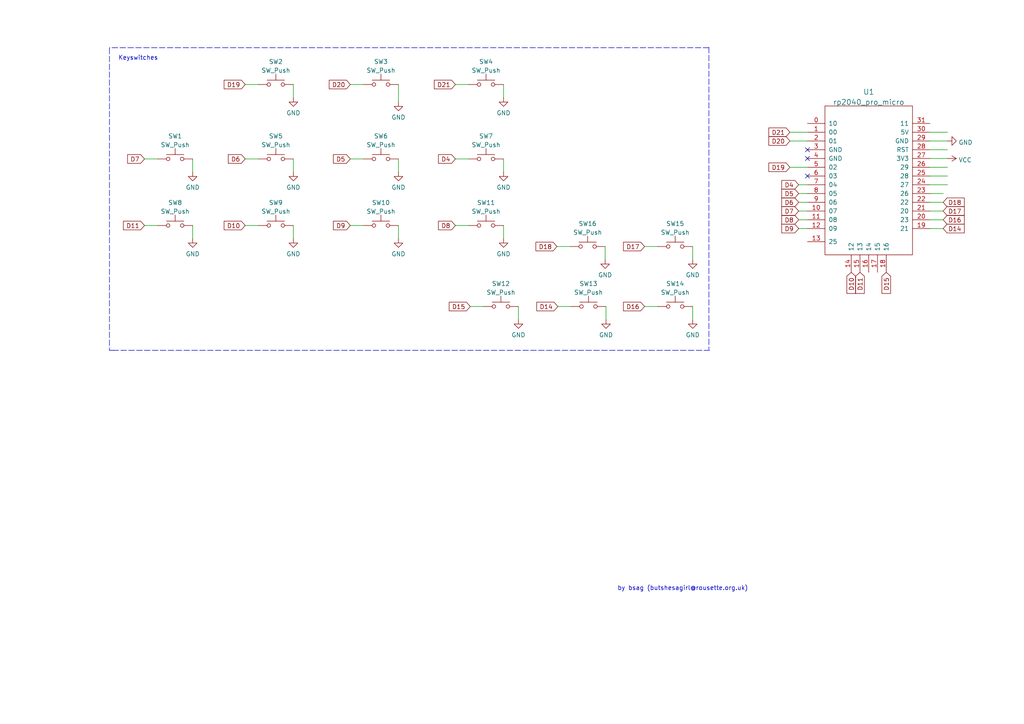
<source format=kicad_sch>
(kicad_sch (version 20211123) (generator eeschema)
  (paper "A4")
  (title_block (title "Nine Nice!Nano") (date "2022-11-12") (rev "v1"))
  (lib_symbols
    (symbol "Matt2Symbols:rp2040_pro_micro_2x13" (pin_names (offset 1.016))
      (property "Reference" "U1" (at 0 26.9441 0))
      (property "Value" "rp2040_pro_micro_2x13" (at 0 23.9507 0))
      (symbol "rp2040_pro_micro_2x13_0_1"
        (rectangle (start -12.7 21.59) (end 12.7 -21.59))
      )
      (symbol "rp2040_pro_micro_2x13_1_1"
        (pin input line (at -17.78 16.51 0) (length 5.08) (name "10") (number "0"))
        (pin input line (at -17.78 13.97 0) (length 5.08) (name "00") (number "1"))
        (pin input line (at -17.78 -8.89 0) (length 5.08) (name "07") (number "10"))
        (pin input line (at -17.78 -11.43 0) (length 5.08) (name "08") (number "11"))
        (pin input line (at -17.78 -13.97 0) (length 5.08) (name "09") (number "12"))
        (pin input line (at -17.78 -17.78 0) (length 5.08) (name "25") (number "13"))
        (pin input line (at -5.08 -26.67 90) (length 5.08) (name "12") (number "14"))
        (pin input line (at -2.54 -26.67 90) (length 5.08) (name "13") (number "15"))
        (pin input line (at 0 -26.67 90) (length 5.08) (name "14") (number "16"))
        (pin input line (at 2.54 -26.67 90) (length 5.08) (name "15") (number "17"))
        (pin input line (at 5.08 -26.67 90) (length 5.08) (name "16") (number "18"))
        (pin input line (at 17.78 -13.97 180) (length 5.08) (name "21") (number "19"))
        (pin input line (at -17.78 11.43 0) (length 5.08) (name "01") (number "2"))
        (pin input line (at 17.78 -11.43 180) (length 5.08) (name "23") (number "20"))
        (pin input line (at 17.78 -8.89 180) (length 5.08) (name "20") (number "21"))
        (pin input line (at 17.78 -6.35 180) (length 5.08) (name "22") (number "22"))
        (pin input line (at 17.78 -3.81 180) (length 5.08) (name "26") (number "23"))
        (pin input line (at 17.78 -1.27 180) (length 5.08) (name "27") (number "24"))
        (pin input line (at 17.78 1.27 180) (length 5.08) (name "28") (number "25"))
        (pin input line (at 17.78 3.81 180) (length 5.08) (name "29") (number "26"))
        (pin input line (at 17.78 6.35 180) (length 5.08) (name "3V3") (number "27"))
        (pin input line (at 17.78 8.89 180) (length 5.08) (name "RST") (number "28"))
        (pin input line (at 17.78 11.43 180) (length 5.08) (name "GND") (number "29"))
        (pin input line (at -17.78 8.89 0) (length 5.08) (name "GND") (number "3"))
        (pin input line (at 17.78 13.97 180) (length 5.08) (name "5V") (number "30"))
        (pin input line (at 17.78 16.51 180) (length 5.08) (name "11") (number "31"))
        (pin input line (at -17.78 6.35 0) (length 5.08) (name "GND") (number "4"))
        (pin input line (at -17.78 3.81 0) (length 5.08) (name "02") (number "5"))
        (pin input line (at -17.78 1.27 0) (length 5.08) (name "03") (number "6"))
        (pin input line (at -17.78 -1.27 0) (length 5.08) (name "04") (number "7"))
        (pin input line (at -17.78 -3.81 0) (length 5.08) (name "05") (number "8"))
        (pin input line (at -17.78 -6.35 0) (length 5.08) (name "06") (number "9"))
      )
    )
    (symbol "Switch:SW_Push" (pin_numbers hide) (pin_names (offset 1.016) hide)
      (property "Reference" "SW" (at 1.27 2.54 0))
      (property "Value" "SW_Push" (at 0 -1.524 0))
      (symbol "SW_Push_0_1"
        (circle (center -2.032 0) (radius 0.508))
        (polyline (pts (xy 0 1.27) (xy 0 3.048)))
        (polyline (pts (xy 2.54 1.27) (xy -2.54 1.27)))
        (circle (center 2.032 0) (radius 0.508))
        (pin passive line (at -5.08 0 0) (length 2.54) (name "1") (number "1"))
        (pin passive line (at 5.08 0 180) (length 2.54) (name "2") (number "2"))
      )
    )
    (symbol "power:GND" (power) (pin_names (offset 0))
      (property "Value" "GND" (at 0 -3.81 0))
      (symbol "GND_0_1"
        (polyline (pts (xy 0 0) (xy 0 -1.27) (xy 1.27 -1.27) (xy 0 -2.54) (xy -1.27 -1.27) (xy 0 -1.27)))
      )
      (symbol "GND_1_1"
        (pin power_in line (at 0 0 270) (length 0) hide (name "GND") (number "1"))
      )
    )
    (symbol "power:VCC" (power) (pin_names (offset 0))
      (property "Value" "VCC" (at 0 3.81 0))
      (symbol "VCC_0_1"
        (polyline (pts (xy -0.762 1.27) (xy 0 2.54)))
        (polyline (pts (xy 0 0) (xy 0 2.54)))
        (polyline (pts (xy 0 2.54) (xy 0.762 1.27)))
      )
      (symbol "VCC_1_1"
        (pin power_in line (at 0 0 90) (length 0) hide (name "VCC") (number "1"))
      )
    )
  )
  (no_connect (at 234.188 51.054))
  (no_connect (at 234.188 43.434))
  (no_connect (at 234.188 45.974))
  (wire (pts (xy 200.914 88.9) (xy 200.914 92.71)))
  (wire (pts (xy 101.6 65.405) (xy 105.41 65.405)))
  (wire (pts (xy 146.05 46.101) (xy 146.05 49.911)))
  (wire (pts (xy 231.648 58.674) (xy 234.188 58.674)))
  (polyline (pts (xy 31.75 101.6) (xy 33.02 101.6)))
  (wire (pts (xy 41.91 65.405) (xy 45.72 65.405)))
  (wire (pts (xy 269.748 56.134) (xy 273.558 56.134)))
  (wire (pts (xy 115.57 46.101) (xy 115.57 49.911)))
  (wire (pts (xy 150.368 88.9) (xy 150.368 92.71)))
  (wire (pts (xy 269.748 43.434) (xy 274.828 43.434)))
  (wire (pts (xy 231.648 56.134) (xy 234.188 56.134)))
  (wire (pts (xy 269.748 61.214) (xy 273.558 61.214)))
  (wire (pts (xy 269.748 48.514) (xy 274.828 48.514)))
  (wire (pts (xy 41.91 46.101) (xy 45.72 46.101)))
  (wire (pts (xy 269.748 45.974) (xy 274.828 45.974)))
  (wire (pts (xy 85.09 46.101) (xy 85.09 49.911)))
  (wire (pts (xy 132.08 46.101) (xy 135.89 46.101)))
  (wire (pts (xy 269.748 66.294) (xy 273.558 66.294)))
  (wire (pts (xy 229.108 38.354) (xy 234.188 38.354)))
  (polyline (pts (xy 31.75 13.97) (xy 31.75 101.6)))
  (wire (pts (xy 161.544 71.501) (xy 165.354 71.501)))
  (wire (pts (xy 269.748 40.894) (xy 274.828 40.894)))
  (wire (pts (xy 101.6 46.101) (xy 105.41 46.101)))
  (wire (pts (xy 132.08 24.511) (xy 135.89 24.511)))
  (wire (pts (xy 55.88 46.101) (xy 55.88 49.911)))
  (wire (pts (xy 269.748 53.594) (xy 274.828 53.594)))
  (wire (pts (xy 146.05 24.511) (xy 146.05 28.321)))
  (wire (pts (xy 231.648 61.214) (xy 234.188 61.214)))
  (wire (pts (xy 269.748 63.754) (xy 273.558 63.754)))
  (polyline (pts (xy 205.613 13.716) (xy 205.613 101.346)))
  (polyline (pts (xy 205.613 13.843) (xy 31.75 13.843)))
  (wire (pts (xy 71.12 46.101) (xy 74.93 46.101)))
  (wire (pts (xy 85.09 65.405) (xy 85.09 69.215)))
  (wire (pts (xy 132.08 65.405) (xy 135.89 65.405)))
  (wire (pts (xy 175.514 71.501) (xy 175.514 75.311)))
  (wire (pts (xy 146.05 65.405) (xy 146.05 69.215)))
  (wire (pts (xy 136.398 88.9) (xy 140.208 88.9)))
  (wire (pts (xy 186.944 71.501) (xy 190.754 71.501)))
  (wire (pts (xy 269.748 58.674) (xy 273.558 58.674)))
  (wire (pts (xy 229.108 48.514) (xy 234.188 48.514)))
  (wire (pts (xy 55.88 65.405) (xy 55.88 69.215)))
  (wire (pts (xy 71.12 65.405) (xy 74.93 65.405)))
  (wire (pts (xy 71.12 24.511) (xy 74.93 24.511)))
  (wire (pts (xy 85.09 24.511) (xy 85.09 28.321)))
  (wire (pts (xy 186.944 88.9) (xy 190.754 88.9)))
  (wire (pts (xy 231.648 53.594) (xy 234.188 53.594)))
  (wire (pts (xy 175.768 88.9) (xy 175.768 92.71)))
  (wire (pts (xy 101.6 24.511) (xy 105.41 24.511)))
  (wire (pts (xy 269.748 51.054) (xy 274.828 51.054)))
  (wire (pts (xy 115.57 65.405) (xy 115.57 69.215)))
  (wire (pts (xy 231.648 63.754) (xy 234.188 63.754)))
  (polyline (pts (xy 205.867 101.6) (xy 31.75 101.6)))
  (wire (pts (xy 161.798 88.9) (xy 165.608 88.9)))
  (wire (pts (xy 269.748 38.354) (xy 274.828 38.354)))
  (wire (pts (xy 231.648 66.294) (xy 234.188 66.294)))
  (wire (pts (xy 229.108 40.894) (xy 234.188 40.894)))
  (wire (pts (xy 115.57 24.511) (xy 115.57 29.591)))
  (wire (pts (xy 200.914 71.501) (xy 200.914 75.311)))
  (text "by bsag (butshesagirl@rousette.org.uk)" (at 179.07 171.45 0) (effects (font (size 1.27 1.27)) (justify left bottom)))
  (text "Keyswitches" (at 34.29 17.653 0) (effects (font (size 1.27 1.27)) (justify left bottom)))
  (global_label "D14" (shape input) (at 273.558 66.294 0) (property "Intersheet References" "${INTERSHEET_REFS}" (effects hide)))
  (global_label "D17" (shape input) (at 273.558 61.214 0) (property "Intersheet References" "${INTERSHEET_REFS}" (effects hide)))
  (global_label "D7" (shape input) (at 41.91 46.101 180) (property "Intersheet References" "${INTERSHEET_REFS}" (effects hide)))
  (global_label "D7" (shape input) (at 231.648 61.214 180) (property "Intersheet References" "${INTERSHEET_REFS}" (effects hide)))
  (global_label "D19" (shape input) (at 229.108 48.514 180) (property "Intersheet References" "${INTERSHEET_REFS}" (effects hide)))
  (global_label "D9" (shape input) (at 101.6 65.405 180) (property "Intersheet References" "${INTERSHEET_REFS}" (effects hide)))
  (global_label "D18" (shape input) (at 273.558 58.674 0) (property "Intersheet References" "${INTERSHEET_REFS}" (effects hide)))
  (global_label "D8" (shape input) (at 231.648 63.754 180) (property "Intersheet References" "${INTERSHEET_REFS}" (effects hide)))
  (global_label "D4" (shape input) (at 132.08 46.101 180) (property "Intersheet References" "${INTERSHEET_REFS}" (effects hide)))
  (global_label "D16" (shape input) (at 273.558 63.754 0) (property "Intersheet References" "${INTERSHEET_REFS}" (effects hide)))
  (global_label "D10" (shape input) (at 246.888 78.994 270) (property "Intersheet References" "${INTERSHEET_REFS}" (effects hide)))
  (global_label "D5" (shape input) (at 101.6 46.101 180) (property "Intersheet References" "${INTERSHEET_REFS}" (effects hide)))
  (global_label "D15" (shape input) (at 257.048 78.994 270) (property "Intersheet References" "${INTERSHEET_REFS}" (effects hide)))
  (global_label "D10" (shape input) (at 71.12 65.405 180) (property "Intersheet References" "${INTERSHEET_REFS}" (effects hide)))
  (global_label "D14" (shape input) (at 161.798 88.9 180) (property "Intersheet References" "${INTERSHEET_REFS}" (effects hide)))
  (global_label "D11" (shape input) (at 41.91 65.405 180) (property "Intersheet References" "${INTERSHEET_REFS}" (effects hide)))
  (global_label "D9" (shape input) (at 231.648 66.294 180) (property "Intersheet References" "${INTERSHEET_REFS}" (effects hide)))
  (global_label "D15" (shape input) (at 136.398 88.9 180) (property "Intersheet References" "${INTERSHEET_REFS}" (effects hide)))
  (global_label "D16" (shape input) (at 186.944 88.9 180) (property "Intersheet References" "${INTERSHEET_REFS}" (effects hide)))
  (global_label "D11" (shape input) (at 249.428 78.994 270) (property "Intersheet References" "${INTERSHEET_REFS}" (effects hide)))
  (global_label "D4" (shape input) (at 231.648 53.594 180) (property "Intersheet References" "${INTERSHEET_REFS}" (effects hide)))
  (global_label "D19" (shape input) (at 71.12 24.511 180) (property "Intersheet References" "${INTERSHEET_REFS}" (effects hide)))
  (global_label "D18" (shape input) (at 161.544 71.501 180) (property "Intersheet References" "${INTERSHEET_REFS}" (effects hide)))
  (global_label "D20" (shape input) (at 229.108 40.894 180) (property "Intersheet References" "${INTERSHEET_REFS}" (effects hide)))
  (global_label "D21" (shape input) (at 132.08 24.511 180) (property "Intersheet References" "${INTERSHEET_REFS}" (effects hide)))
  (global_label "D17" (shape input) (at 186.944 71.501 180) (property "Intersheet References" "${INTERSHEET_REFS}" (effects hide)))
  (global_label "D8" (shape input) (at 132.08 65.405 180) (property "Intersheet References" "${INTERSHEET_REFS}" (effects hide)))
  (global_label "D20" (shape input) (at 101.6 24.511 180) (property "Intersheet References" "${INTERSHEET_REFS}" (effects hide)))
  (global_label "D5" (shape input) (at 231.648 56.134 180) (property "Intersheet References" "${INTERSHEET_REFS}" (effects hide)))
  (global_label "D6" (shape input) (at 231.648 58.674 180) (property "Intersheet References" "${INTERSHEET_REFS}" (effects hide)))
  (global_label "D6" (shape input) (at 71.12 46.101 180) (property "Intersheet References" "${INTERSHEET_REFS}" (effects hide)))
  (global_label "D21" (shape input) (at 229.108 38.354 180) (property "Intersheet References" "${INTERSHEET_REFS}" (effects hide)))
  (symbol (lib_id "Switch:SW_Push") (at 140.97 24.511 0) (unit 1)
    (property "Reference" "SW4" (at 140.97 17.8902 0))
    (property "Value" "SW_Push" (at 140.97 20.4271 0))
    (property "Footprint" "footprints:pg1350-rev-hs-1U" (effects hide))
  )
  (symbol (lib_id "Switch:SW_Push") (at 140.97 65.405 0) (unit 1)
    (property "Reference" "SW11" (at 140.97 58.7842 0))
    (property "Value" "SW_Push" (at 140.97 61.3211 0))
    (property "Footprint" "footprints:pg1350-rev-hs-1U" (effects hide))
  )
  (symbol (lib_id "power:GND") (at 175.514 75.311 0) (unit 1)
    (property "Reference" "#PWR?" (effects hide))
    (property "Value" "GND" (at 175.514 79.7544 0))
  )
  (symbol (lib_id "Switch:SW_Push") (at 50.8 65.405 0) (unit 1)
    (property "Reference" "SW8" (at 50.8 58.7842 0))
    (property "Value" "SW_Push" (at 50.8 61.3211 0))
    (property "Footprint" "footprints:pg1350-rev-hs-1.25U" (effects hide))
  )
  (symbol (lib_id "power:GND") (at 200.914 92.71 0) (unit 1)
    (property "Reference" "#PWR?" (effects hide))
    (property "Value" "GND" (at 200.914 97.1534 0))
  )
  (symbol (lib_id "Switch:SW_Push") (at 80.01 46.101 0) (unit 1)
    (property "Reference" "SW5" (at 80.01 39.4802 0))
    (property "Value" "SW_Push" (at 80.01 42.0171 0))
    (property "Footprint" "footprints:pg1350-rev-hs-1U" (effects hide))
  )
  (symbol (lib_id "power:GND") (at 85.09 69.215 0) (unit 1)
    (property "Reference" "#PWR?" (effects hide))
    (property "Value" "GND" (at 85.09 73.6584 0))
  )
  (symbol (lib_id "power:GND") (at 115.57 69.215 0) (unit 1)
    (property "Reference" "#PWR?" (effects hide))
    (property "Value" "GND" (at 115.57 73.6584 0))
  )
  (symbol (lib_id "Switch:SW_Push") (at 195.834 71.501 0) (unit 1)
    (property "Reference" "SW15" (at 195.834 64.8802 0))
    (property "Value" "SW_Push" (at 195.834 67.4171 0))
    (property "Footprint" "footprints:pg1350-rev-hs-1.25U" (effects hide))
  )
  (symbol (lib_id "Switch:SW_Push") (at 80.01 24.511 0) (unit 1)
    (property "Reference" "SW2" (at 80.01 17.8902 0))
    (property "Value" "SW_Push" (at 80.01 20.4271 0))
    (property "Footprint" "footprints:pg1350-rev-hs-1U" (effects hide))
  )
  (symbol (lib_id "Switch:SW_Push") (at 110.49 46.101 0) (unit 1)
    (property "Reference" "SW6" (at 110.49 39.4802 0))
    (property "Value" "SW_Push" (at 110.49 42.0171 0))
    (property "Footprint" "footprints:pg1350-rev-hs-1U" (effects hide))
  )
  (symbol (lib_id "power:GND") (at 274.828 40.894 90) (unit 1)
    (property "Reference" "#PWR021" (effects hide))
    (property "Value" "GND" (at 278.003 41.3278 90) (effects (justify right)))
  )
  (symbol (lib_id "Switch:SW_Push") (at 110.49 65.405 0) (unit 1)
    (property "Reference" "SW10" (at 110.49 58.7842 0))
    (property "Value" "SW_Push" (at 110.49 61.3211 0))
    (property "Footprint" "footprints:pg1350-rev-hs-1U" (effects hide))
  )
  (symbol (lib_id "Switch:SW_Push") (at 170.688 88.9 0) (unit 1)
    (property "Reference" "SW13" (at 170.688 82.2792 0))
    (property "Value" "SW_Push" (at 170.688 84.8161 0))
    (property "Footprint" "footprints:pg1350-rev-hs-1.25U" (effects hide))
  )
  (symbol (lib_id "power:GND") (at 146.05 28.321 0) (unit 1)
    (property "Reference" "#PWR010" (effects hide))
    (property "Value" "GND" (at 146.05 32.7644 0))
  )
  (symbol (lib_id "Switch:SW_Push") (at 170.434 71.501 0) (unit 1)
    (property "Reference" "SW16" (at 170.434 64.8802 0))
    (property "Value" "SW_Push" (at 170.434 67.4171 0))
    (property "Footprint" "footprints:pg1350-rev-hs-1.25U" (effects hide))
  )
  (symbol (lib_id "power:GND") (at 200.914 75.311 0) (unit 1)
    (property "Reference" "#PWR?" (effects hide))
    (property "Value" "GND" (at 200.914 79.7544 0))
  )
  (symbol (lib_id "power:GND") (at 150.368 92.71 0) (unit 1)
    (property "Reference" "#PWR09" (effects hide))
    (property "Value" "GND" (at 150.368 97.1534 0))
  )
  (symbol (lib_id "Switch:SW_Push") (at 50.8 46.101 0) (unit 1)
    (property "Reference" "SW1" (at 50.8 39.4802 0))
    (property "Value" "SW_Push" (at 50.8 42.0171 0))
    (property "Footprint" "footprints:pg1350-rev-hs-1.25U" (effects hide))
  )
  (symbol (lib_id "Switch:SW_Push") (at 145.288 88.9 0) (unit 1)
    (property "Reference" "SW12" (at 145.288 82.2792 0))
    (property "Value" "SW_Push" (at 145.288 84.8161 0))
    (property "Footprint" "footprints:pg1350-rev-hs-1.25U" (effects hide))
  )
  (symbol (lib_id "power:GND") (at 115.57 29.591 0) (unit 1)
    (property "Reference" "#PWR07" (effects hide))
    (property "Value" "GND" (at 115.57 34.0344 0))
  )
  (symbol (lib_id "power:GND") (at 85.09 49.911 0) (unit 1)
    (property "Reference" "#PWR04" (effects hide))
    (property "Value" "GND" (at 85.09 54.3544 0))
  )
  (symbol (lib_id "Switch:SW_Push") (at 195.834 88.9 0) (unit 1)
    (property "Reference" "SW14" (at 195.834 82.2792 0))
    (property "Value" "SW_Push" (at 195.834 84.8161 0))
    (property "Footprint" "footprints:pg1350-rev-hs-1.25U" (effects hide))
  )
  (symbol (lib_id "power:GND") (at 55.88 69.215 0) (unit 1)
    (property "Reference" "#PWR?" (effects hide))
    (property "Value" "GND" (at 55.88 73.6584 0))
  )
  (symbol (lib_id "power:GND") (at 146.05 49.911 0) (unit 1)
    (property "Reference" "#PWR011" (effects hide))
    (property "Value" "GND" (at 146.05 54.3544 0))
  )
  (symbol (lib_id "power:GND") (at 146.05 69.215 0) (unit 1)
    (property "Reference" "#PWR?" (effects hide))
    (property "Value" "GND" (at 146.05 73.6584 0))
  )
  (symbol (lib_id "power:VCC") (at 274.828 45.974 270) (unit 1)
    (property "Reference" "#PWR022" (effects hide))
    (property "Value" "VCC" (at 278.003 46.4078 90) (effects (justify left)))
  )
  (symbol (lib_id "Matt2Symbols:rp2040_pro_micro_2x13") (at 251.968 52.324 0) (unit 1)
    (property "Reference" "U1" (at 251.968 26.6499 0) (effects (font (size 1.524 1.524))))
    (property "Value" "rp2040_pro_micro" (at 251.968 29.6433 0) (effects (font (size 1.524 1.524))))
    (property "Footprint" "footprints:rp2040_pro_micro_2x13" (effects hide))
  )
  (symbol (lib_id "power:GND") (at 175.768 92.71 0) (unit 1)
    (property "Reference" "#PWR012" (effects hide))
    (property "Value" "GND" (at 175.768 97.1534 0))
  )
  (symbol (lib_id "power:GND") (at 85.09 28.321 0) (unit 1)
    (property "Reference" "#PWR03" (effects hide))
    (property "Value" "GND" (at 85.09 32.7644 0))
  )
  (symbol (lib_id "power:GND") (at 55.88 49.911 0) (unit 1)
    (property "Reference" "#PWR01" (effects hide))
    (property "Value" "GND" (at 55.88 54.3544 0))
  )
  (symbol (lib_id "Switch:SW_Push") (at 110.49 24.511 0) (unit 1)
    (property "Reference" "SW3" (at 110.49 17.8902 0))
    (property "Value" "SW_Push" (at 110.49 20.4271 0))
    (property "Footprint" "footprints:pg1350-rev-hs-1U" (effects hide))
  )
  (symbol (lib_id "Switch:SW_Push") (at 80.01 65.405 0) (unit 1)
    (property "Reference" "SW9" (at 80.01 58.7842 0))
    (property "Value" "SW_Push" (at 80.01 61.3211 0))
    (property "Footprint" "footprints:pg1350-rev-hs-1U" (effects hide))
  )
  (symbol (lib_id "power:GND") (at 115.57 49.911 0) (unit 1)
    (property "Reference" "#PWR08" (effects hide))
    (property "Value" "GND" (at 115.57 54.3544 0))
  )
  (symbol (lib_id "Switch:SW_Push") (at 140.97 46.101 0) (unit 1)
    (property "Reference" "SW7" (at 140.97 39.4802 0))
    (property "Value" "SW_Push" (at 140.97 42.0171 0))
    (property "Footprint" "footprints:pg1350-rev-hs-1U" (effects hide))
  )
)
</source>
